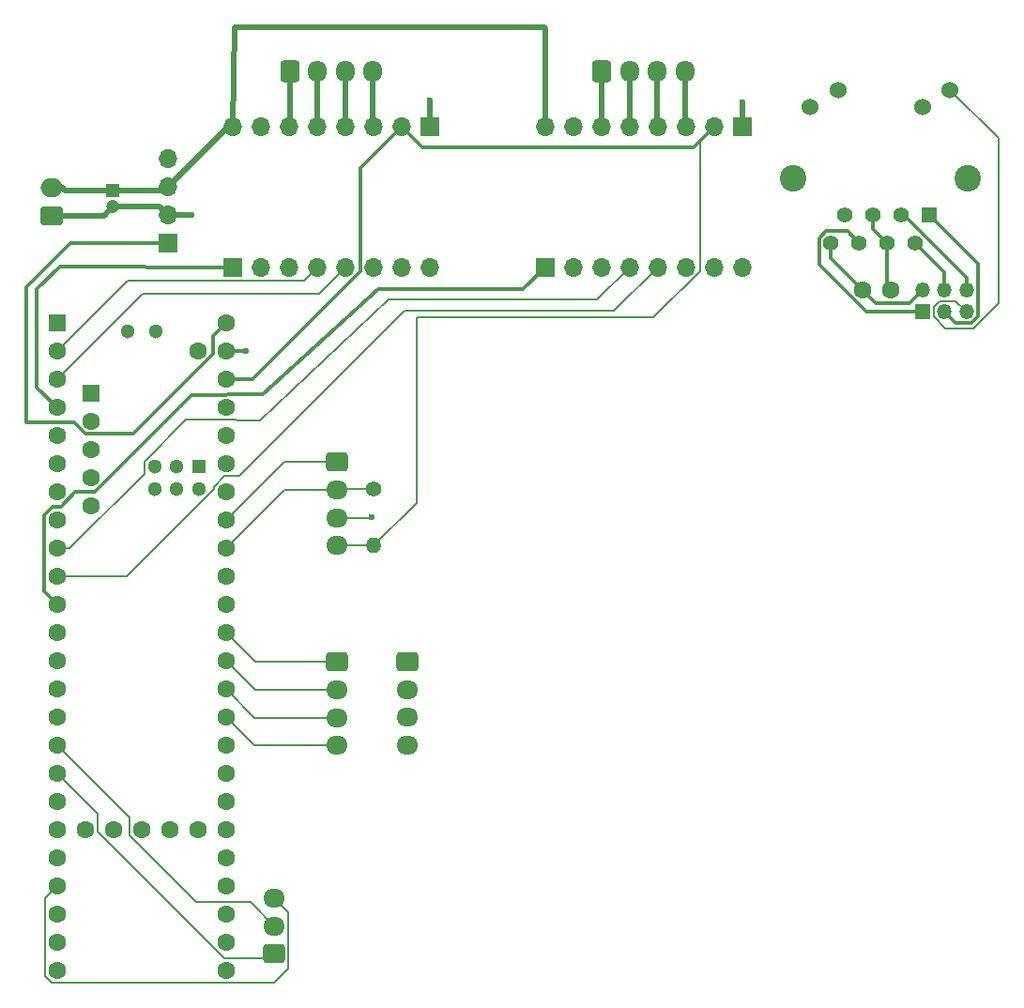
<source format=gtl>
%TF.GenerationSoftware,KiCad,Pcbnew,8.0.1*%
%TF.CreationDate,2024-05-05T15:48:18-04:00*%
%TF.ProjectId,science-board,73636965-6e63-4652-9d62-6f6172642e6b,rev?*%
%TF.SameCoordinates,Original*%
%TF.FileFunction,Copper,L1,Top*%
%TF.FilePolarity,Positive*%
%FSLAX46Y46*%
G04 Gerber Fmt 4.6, Leading zero omitted, Abs format (unit mm)*
G04 Created by KiCad (PCBNEW 8.0.1) date 2024-05-05 15:48:18*
%MOMM*%
%LPD*%
G01*
G04 APERTURE LIST*
G04 Aperture macros list*
%AMRoundRect*
0 Rectangle with rounded corners*
0 $1 Rounding radius*
0 $2 $3 $4 $5 $6 $7 $8 $9 X,Y pos of 4 corners*
0 Add a 4 corners polygon primitive as box body*
4,1,4,$2,$3,$4,$5,$6,$7,$8,$9,$2,$3,0*
0 Add four circle primitives for the rounded corners*
1,1,$1+$1,$2,$3*
1,1,$1+$1,$4,$5*
1,1,$1+$1,$6,$7*
1,1,$1+$1,$8,$9*
0 Add four rect primitives between the rounded corners*
20,1,$1+$1,$2,$3,$4,$5,0*
20,1,$1+$1,$4,$5,$6,$7,0*
20,1,$1+$1,$6,$7,$8,$9,0*
20,1,$1+$1,$8,$9,$2,$3,0*%
G04 Aperture macros list end*
%TA.AperFunction,ComponentPad*%
%ADD10R,1.700000X1.700000*%
%TD*%
%TA.AperFunction,ComponentPad*%
%ADD11O,1.700000X1.700000*%
%TD*%
%TA.AperFunction,ComponentPad*%
%ADD12R,1.350000X1.350000*%
%TD*%
%TA.AperFunction,ComponentPad*%
%ADD13O,1.350000X1.350000*%
%TD*%
%TA.AperFunction,ComponentPad*%
%ADD14RoundRect,0.250000X-0.725000X0.600000X-0.725000X-0.600000X0.725000X-0.600000X0.725000X0.600000X0*%
%TD*%
%TA.AperFunction,ComponentPad*%
%ADD15O,1.950000X1.700000*%
%TD*%
%TA.AperFunction,ComponentPad*%
%ADD16R,1.398000X1.398000*%
%TD*%
%TA.AperFunction,ComponentPad*%
%ADD17C,1.398000*%
%TD*%
%TA.AperFunction,ComponentPad*%
%ADD18C,1.530000*%
%TD*%
%TA.AperFunction,ComponentPad*%
%ADD19C,2.400000*%
%TD*%
%TA.AperFunction,ComponentPad*%
%ADD20RoundRect,0.250000X-0.600000X-0.725000X0.600000X-0.725000X0.600000X0.725000X-0.600000X0.725000X0*%
%TD*%
%TA.AperFunction,ComponentPad*%
%ADD21O,1.700000X1.950000*%
%TD*%
%TA.AperFunction,ComponentPad*%
%ADD22RoundRect,0.250000X0.750000X-0.600000X0.750000X0.600000X-0.750000X0.600000X-0.750000X-0.600000X0*%
%TD*%
%TA.AperFunction,ComponentPad*%
%ADD23O,2.000000X1.700000*%
%TD*%
%TA.AperFunction,ComponentPad*%
%ADD24C,1.400000*%
%TD*%
%TA.AperFunction,ComponentPad*%
%ADD25O,1.400000X1.400000*%
%TD*%
%TA.AperFunction,ComponentPad*%
%ADD26C,1.600000*%
%TD*%
%TA.AperFunction,ComponentPad*%
%ADD27R,1.200000X1.200000*%
%TD*%
%TA.AperFunction,ComponentPad*%
%ADD28C,1.200000*%
%TD*%
%TA.AperFunction,ComponentPad*%
%ADD29R,1.600000X1.600000*%
%TD*%
%TA.AperFunction,ComponentPad*%
%ADD30R,1.300000X1.300000*%
%TD*%
%TA.AperFunction,ComponentPad*%
%ADD31C,1.300000*%
%TD*%
%TA.AperFunction,ComponentPad*%
%ADD32RoundRect,0.250000X0.725000X-0.600000X0.725000X0.600000X-0.725000X0.600000X-0.725000X-0.600000X0*%
%TD*%
%TA.AperFunction,ViaPad*%
%ADD33C,0.600000*%
%TD*%
%TA.AperFunction,Conductor*%
%ADD34C,0.300000*%
%TD*%
%TA.AperFunction,Conductor*%
%ADD35C,0.200000*%
%TD*%
%TA.AperFunction,Conductor*%
%ADD36C,0.500000*%
%TD*%
G04 APERTURE END LIST*
D10*
X36370000Y-43950000D03*
D11*
X38910000Y-43950000D03*
X41450000Y-43950000D03*
X43990000Y-43950000D03*
X46530000Y-43950000D03*
X49070000Y-43950000D03*
X51610000Y-43950000D03*
X54150000Y-43950000D03*
D12*
X98540000Y-47980000D03*
D13*
X98540000Y-45980000D03*
X100540000Y-47980000D03*
X100540000Y-45980000D03*
X102540000Y-47980000D03*
X102540000Y-45980000D03*
D10*
X54120000Y-31300000D03*
D11*
X51580000Y-31300000D03*
X49040000Y-31300000D03*
X46500000Y-31300000D03*
X43960000Y-31300000D03*
X41420000Y-31300000D03*
X38880000Y-31300000D03*
X36340000Y-31300000D03*
D10*
X64530000Y-43950000D03*
D11*
X67070000Y-43950000D03*
X69610000Y-43950000D03*
X72150000Y-43950000D03*
X74690000Y-43950000D03*
X77230000Y-43950000D03*
X79770000Y-43950000D03*
X82310000Y-43950000D03*
D14*
X52116000Y-79562000D03*
D15*
X52116000Y-82062000D03*
X52116000Y-84562000D03*
X52116000Y-87062000D03*
D10*
X82280000Y-31300000D03*
D11*
X79740000Y-31300000D03*
X77200000Y-31300000D03*
X74660000Y-31300000D03*
X72120000Y-31300000D03*
X69580000Y-31300000D03*
X67040000Y-31300000D03*
X64500000Y-31300000D03*
D14*
X45720000Y-61548000D03*
D15*
X45720000Y-64048000D03*
X45720000Y-66548000D03*
X45720000Y-69048000D03*
D16*
X99180000Y-39230000D03*
D17*
X97910000Y-41770000D03*
X96640000Y-39230000D03*
X95370000Y-41770000D03*
X94100000Y-39230000D03*
X92830000Y-41770000D03*
X91560000Y-39230000D03*
X90290000Y-41770000D03*
D18*
X101060000Y-27980000D03*
X98545000Y-29500000D03*
X90925000Y-27980000D03*
X88410000Y-29500000D03*
D19*
X86860000Y-35930000D03*
X102610000Y-35930000D03*
D20*
X69655000Y-26300000D03*
D21*
X72155000Y-26300000D03*
X74655000Y-26300000D03*
X77155000Y-26300000D03*
D22*
X20030000Y-39310000D03*
D23*
X20030000Y-36810000D03*
D24*
X49050000Y-63988000D03*
D25*
X49050000Y-69068000D03*
D26*
X95680000Y-46010000D03*
X93180000Y-46010000D03*
D27*
X25550000Y-37020000D03*
D28*
X25550000Y-38520000D03*
D14*
X45720000Y-79582000D03*
D15*
X45720000Y-82082000D03*
X45720000Y-84582000D03*
X45720000Y-87082000D03*
D20*
X41495000Y-26300000D03*
D21*
X43995000Y-26300000D03*
X46495000Y-26300000D03*
X48995000Y-26300000D03*
D29*
X20500000Y-49000000D03*
D26*
X20500000Y-51540000D03*
X20500000Y-54080000D03*
X20500000Y-56620000D03*
X20500000Y-59160000D03*
X20500000Y-61700000D03*
X20500000Y-64240000D03*
X20500000Y-66780000D03*
X20500000Y-69320000D03*
X20500000Y-71860000D03*
X20500000Y-74400000D03*
X20500000Y-76940000D03*
X20500000Y-79480000D03*
X20500000Y-82020000D03*
X20500000Y-84560000D03*
X20500000Y-87100000D03*
X20500000Y-89640000D03*
X20500000Y-92180000D03*
X20500000Y-94720000D03*
X20500000Y-97260000D03*
X20500000Y-99800000D03*
X20500000Y-102340000D03*
X20500000Y-104880000D03*
X20500000Y-107420000D03*
X35740000Y-107420000D03*
X35740000Y-104880000D03*
X35740000Y-102340000D03*
X35740000Y-99800000D03*
X35740000Y-97260000D03*
X35740000Y-94720000D03*
X35740000Y-92180000D03*
X35740000Y-89640000D03*
X35740000Y-87100000D03*
X35740000Y-84560000D03*
X35740000Y-82020000D03*
X35740000Y-79480000D03*
X35740000Y-76940000D03*
X35740000Y-74400000D03*
X35740000Y-71860000D03*
X35740000Y-69320000D03*
X35740000Y-66780000D03*
X35740000Y-64240000D03*
X35740000Y-61700000D03*
X35740000Y-59160000D03*
X35740000Y-56620000D03*
X35740000Y-54080000D03*
X35740000Y-51540000D03*
X35740000Y-49000000D03*
X33200000Y-51540000D03*
X23040000Y-94720000D03*
X25580000Y-94720000D03*
X28120000Y-94720000D03*
X30660000Y-94720000D03*
X33200000Y-94720000D03*
D29*
X23550800Y-55299200D03*
D26*
X23550800Y-57839200D03*
X23550800Y-60379200D03*
X23550800Y-62919200D03*
X23550800Y-65459200D03*
D30*
X33301600Y-61970000D03*
D31*
X31301600Y-61970000D03*
X29301600Y-61970000D03*
X29301600Y-63970000D03*
X31301600Y-63970000D03*
X33301600Y-63970000D03*
X29390000Y-49730000D03*
X26850000Y-49730000D03*
D32*
X40086000Y-105878000D03*
D15*
X40086000Y-103378000D03*
X40086000Y-100878000D03*
D10*
X30480000Y-41810000D03*
D11*
X30480000Y-39270000D03*
X30480000Y-36730000D03*
X30480000Y-34190000D03*
D33*
X37550000Y-51550000D03*
X82300000Y-29090000D03*
X32650000Y-39240000D03*
X48870000Y-66508000D03*
X54120000Y-28920000D03*
D34*
X27377146Y-58989200D02*
X34590000Y-51776346D01*
X34590000Y-50150000D02*
X35740000Y-49000000D01*
X17700000Y-57930000D02*
X22015254Y-57930000D01*
X30480000Y-41810000D02*
X21670000Y-41810000D01*
X22015254Y-57930000D02*
X23074454Y-58989200D01*
X17700000Y-45780000D02*
X17700000Y-57930000D01*
X21670000Y-41810000D02*
X17700000Y-45780000D01*
X23074454Y-58989200D02*
X27377146Y-58989200D01*
X34590000Y-51776346D02*
X34590000Y-50150000D01*
D35*
X48870000Y-66508000D02*
X48830000Y-66548000D01*
D36*
X20030000Y-39310000D02*
X24760000Y-39310000D01*
D34*
X35740000Y-51540000D02*
X37540000Y-51540000D01*
D36*
X24760000Y-39310000D02*
X25550000Y-38520000D01*
X32620000Y-39270000D02*
X32650000Y-39240000D01*
D34*
X90290000Y-41770000D02*
X90290000Y-43120000D01*
D36*
X25550000Y-38520000D02*
X29730000Y-38520000D01*
X54120000Y-31300000D02*
X54120000Y-28920000D01*
D34*
X94330000Y-47160000D02*
X93180000Y-46010000D01*
D36*
X29730000Y-38520000D02*
X30480000Y-39270000D01*
X30480000Y-39270000D02*
X32620000Y-39270000D01*
D34*
X37540000Y-51540000D02*
X37550000Y-51550000D01*
D36*
X82280000Y-31300000D02*
X82280000Y-29110000D01*
D34*
X98540000Y-45980000D02*
X97360000Y-47160000D01*
X90290000Y-43120000D02*
X93180000Y-46010000D01*
D35*
X48830000Y-66548000D02*
X45720000Y-66548000D01*
D36*
X82280000Y-29110000D02*
X82300000Y-29090000D01*
D34*
X97360000Y-47160000D02*
X94330000Y-47160000D01*
D36*
X30190000Y-37020000D02*
X30480000Y-36730000D01*
X20030000Y-36810000D02*
X21020000Y-36810000D01*
X21230000Y-37020000D02*
X25550000Y-37020000D01*
X35910000Y-31300000D02*
X36340000Y-31300000D01*
X36340000Y-31300000D02*
X36510000Y-22270000D01*
X25550000Y-37020000D02*
X30190000Y-37020000D01*
X21020000Y-36810000D02*
X21230000Y-37020000D01*
X64370000Y-22270000D02*
X64500000Y-22400000D01*
X30480000Y-36730000D02*
X35910000Y-31300000D01*
X64500000Y-22400000D02*
X64500000Y-31300000D01*
X36510000Y-22270000D02*
X64370000Y-22270000D01*
X41495000Y-26300000D02*
X41495000Y-31225000D01*
X41495000Y-31225000D02*
X41420000Y-31300000D01*
X46495000Y-31295000D02*
X46500000Y-31300000D01*
X46495000Y-26300000D02*
X46495000Y-31295000D01*
X48995000Y-31255000D02*
X49040000Y-31300000D01*
X48995000Y-26300000D02*
X48995000Y-31255000D01*
D35*
X49050000Y-69068000D02*
X52901471Y-65216529D01*
X49050000Y-69068000D02*
X45740000Y-69068000D01*
X52901471Y-48500000D02*
X74306346Y-48500000D01*
X45740000Y-69068000D02*
X45720000Y-69048000D01*
X52901471Y-65216529D02*
X52901471Y-48500000D01*
D34*
X79740000Y-31300000D02*
X77930000Y-33110000D01*
D35*
X74306346Y-48500000D02*
X78500000Y-44306346D01*
D34*
X53440000Y-33110000D02*
X77930000Y-33110000D01*
X51580000Y-31250000D02*
X53440000Y-33110000D01*
X47870000Y-44307057D02*
X47870000Y-35010000D01*
X38097057Y-54080000D02*
X47870000Y-44307057D01*
X47870000Y-35010000D02*
X51580000Y-31300000D01*
X51580000Y-31300000D02*
X51580000Y-31250000D01*
D35*
X78500000Y-44306346D02*
X78500000Y-32540000D01*
D34*
X35740000Y-54080000D02*
X38097057Y-54080000D01*
D36*
X43995000Y-26300000D02*
X43995000Y-31265000D01*
X43995000Y-31265000D02*
X43960000Y-31300000D01*
X74655000Y-31295000D02*
X74660000Y-31300000D01*
X74655000Y-26300000D02*
X74655000Y-31295000D01*
X69655000Y-31225000D02*
X69580000Y-31300000D01*
X69655000Y-26300000D02*
X69655000Y-31225000D01*
X72155000Y-26300000D02*
X72155000Y-31265000D01*
X72155000Y-31265000D02*
X72120000Y-31300000D01*
X77155000Y-26300000D02*
X77155000Y-31255000D01*
X77155000Y-31255000D02*
X77200000Y-31300000D01*
D35*
X20500000Y-69320000D02*
X21631370Y-69320000D01*
X28351600Y-61488400D02*
X32100000Y-57740000D01*
X28351600Y-62599770D02*
X28351600Y-61488400D01*
X32100000Y-57740000D02*
X34590000Y-57740000D01*
X21631370Y-69320000D02*
X28351600Y-62599770D01*
X38820000Y-57760000D02*
X50385000Y-46880000D01*
X34570000Y-57740000D02*
X38820000Y-57760000D01*
X50380000Y-46880000D02*
X69220000Y-46880000D01*
X69220000Y-46880000D02*
X72150000Y-43950000D01*
D34*
X19300000Y-66353654D02*
X19300000Y-73200000D01*
X22146346Y-64220000D02*
X20816346Y-65550000D01*
X20816346Y-65550000D02*
X20103654Y-65550000D01*
X49500000Y-45970000D02*
X39080000Y-55380000D01*
X64530000Y-43950000D02*
X62510000Y-45970000D01*
X62510000Y-45970000D02*
X49500000Y-45970000D01*
X39080000Y-55380000D02*
X32626346Y-55470000D01*
X19300000Y-73200000D02*
X20500000Y-74400000D01*
X23876346Y-64220000D02*
X22146346Y-64220000D01*
X20103654Y-65550000D02*
X19300000Y-66353654D01*
X32626346Y-55470000D02*
X23876346Y-64220000D01*
D35*
X54610000Y-47868568D02*
X70760000Y-47860000D01*
X34640000Y-63770000D02*
X34640000Y-63975103D01*
X34640000Y-63975103D02*
X26755103Y-71860000D01*
X36900000Y-62800000D02*
X35610000Y-62800000D01*
X35610000Y-62800000D02*
X34640000Y-63770000D01*
X70750000Y-47860000D02*
X74690000Y-43950000D01*
X54610000Y-47868568D02*
X51831432Y-47868568D01*
X51831432Y-47868568D02*
X36900000Y-62800000D01*
X26755103Y-71860000D02*
X20500000Y-71860000D01*
X35560000Y-106320000D02*
X39644000Y-106320000D01*
X24140000Y-94900000D02*
X35560000Y-106320000D01*
X20500000Y-89640000D02*
X24140000Y-93280000D01*
X24140000Y-93280000D02*
X24140000Y-94900000D01*
X39644000Y-106320000D02*
X40086000Y-105878000D01*
X27020000Y-93620000D02*
X27020000Y-95175635D01*
X37948000Y-101240000D02*
X40086000Y-103378000D01*
X20500000Y-87100000D02*
X27020000Y-93620000D01*
X33084365Y-101240000D02*
X37948000Y-101240000D01*
X27020000Y-95175635D02*
X33084365Y-101240000D01*
X41361000Y-107229000D02*
X40070000Y-108520000D01*
X19400000Y-107875635D02*
X20044366Y-108520000D01*
X41361000Y-102153000D02*
X41361000Y-107229000D01*
X40070000Y-108520000D02*
X20044366Y-108520000D01*
X40086000Y-100878000D02*
X41361000Y-102153000D01*
X19400000Y-107875635D02*
X19400000Y-100900000D01*
X19400000Y-100900000D02*
X20500000Y-99800000D01*
D34*
X18680000Y-45930000D02*
X20750000Y-43900000D01*
X20790000Y-43900000D02*
X36370000Y-43950000D01*
X20500000Y-56620000D02*
X18680000Y-54800000D01*
X18680000Y-54800000D02*
X18680000Y-45930000D01*
D35*
X20500000Y-51540000D02*
X26890000Y-45150000D01*
X26890000Y-45150000D02*
X42790000Y-45150000D01*
X42790000Y-45150000D02*
X43990000Y-43950000D01*
X26680000Y-47900000D02*
X28210000Y-46350000D01*
X28220000Y-46350000D02*
X44120000Y-46350000D01*
X44120000Y-46350000D02*
X46530000Y-43950000D01*
X20500000Y-54080000D02*
X26680000Y-47900000D01*
D34*
X95370000Y-41770000D02*
X95370000Y-45700000D01*
X94100000Y-39230000D02*
X94100000Y-40500000D01*
X95370000Y-45700000D02*
X95680000Y-46010000D01*
X94100000Y-40500000D02*
X95370000Y-41770000D01*
X100540000Y-44400000D02*
X97910000Y-41770000D01*
X100540000Y-45980000D02*
X100540000Y-44400000D01*
X98540000Y-47980000D02*
X93523654Y-47980000D01*
X89241000Y-41335489D02*
X89855489Y-40721000D01*
X91781000Y-40721000D02*
X92830000Y-41770000D01*
X93523654Y-47980000D02*
X89241000Y-43697346D01*
X89855489Y-40721000D02*
X91781000Y-40721000D01*
X89241000Y-43697346D02*
X89241000Y-41335489D01*
X102964569Y-49005000D02*
X103590000Y-48379569D01*
X103590000Y-43640000D02*
X99180000Y-39230000D01*
X101565000Y-49005000D02*
X102964569Y-49005000D01*
X100540000Y-47980000D02*
X101565000Y-49005000D01*
X103590000Y-48379569D02*
X103590000Y-43640000D01*
X96853511Y-39230000D02*
X96640000Y-39230000D01*
X102540000Y-45980000D02*
X102540000Y-44916489D01*
X102540000Y-44916489D02*
X96853511Y-39230000D01*
D35*
X99565000Y-47576141D02*
X99565000Y-48383859D01*
X99565000Y-48383859D02*
X100636141Y-49455000D01*
X105410000Y-32330000D02*
X101060000Y-27980000D01*
X102540000Y-47980000D02*
X101565000Y-47005000D01*
X100636141Y-49455000D02*
X103150965Y-49455000D01*
X101565000Y-47005000D02*
X100136141Y-47005000D01*
X100136141Y-47005000D02*
X99565000Y-47576141D01*
X105410000Y-47195965D02*
X105410000Y-32330000D01*
X103150965Y-49455000D02*
X105410000Y-47195965D01*
X38382000Y-79582000D02*
X35740000Y-76940000D01*
X45720000Y-79582000D02*
X38382000Y-79582000D01*
X35740000Y-79480000D02*
X38342000Y-82082000D01*
X38342000Y-82082000D02*
X45720000Y-82082000D01*
X38302000Y-84582000D02*
X45720000Y-84582000D01*
X35740000Y-82020000D02*
X38302000Y-84582000D01*
X38262000Y-87082000D02*
X45720000Y-87082000D01*
X35740000Y-84560000D02*
X38262000Y-87082000D01*
X49050000Y-63988000D02*
X45780000Y-63988000D01*
X45720000Y-64048000D02*
X41012000Y-64048000D01*
X45780000Y-63988000D02*
X45720000Y-64048000D01*
X41012000Y-64048000D02*
X35740000Y-69320000D01*
X40972000Y-61548000D02*
X35740000Y-66780000D01*
X45720000Y-61548000D02*
X40972000Y-61548000D01*
M02*

</source>
